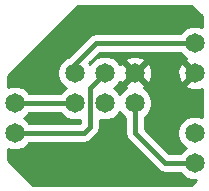
<source format=gtl>
G04 #@! TF.FileFunction,Copper,L1,Top,Signal*
%FSLAX46Y46*%
G04 Gerber Fmt 4.6, Leading zero omitted, Abs format (unit mm)*
G04 Created by KiCad (PCBNEW 0.201505262310+5684~23~ubuntu14.04.1-product) date Sun 31 May 2015 11:28:12 PM CDT*
%MOMM*%
G01*
G04 APERTURE LIST*
%ADD10C,0.100000*%
%ADD11C,1.651000*%
%ADD12C,0.600000*%
%ADD13C,0.400000*%
%ADD14C,0.254000*%
G04 APERTURE END LIST*
D10*
D11*
X149860000Y-101600000D03*
X149860000Y-104140000D03*
X152400000Y-101600000D03*
X152400000Y-104140000D03*
X154940000Y-101600000D03*
X154940000Y-104140000D03*
X144780000Y-104140000D03*
X144780000Y-106680000D03*
X160020000Y-106680000D03*
X160020000Y-109220000D03*
X160020000Y-99060000D03*
X160020000Y-101600000D03*
D12*
X147320000Y-105410000D03*
X156210000Y-97790000D03*
X147320000Y-109220000D03*
D13*
X149860000Y-101600000D02*
X149860000Y-100838000D01*
X149860000Y-100838000D02*
X151638000Y-99060000D01*
X151638000Y-99060000D02*
X160020000Y-99060000D01*
X149860000Y-104140000D02*
X144780000Y-104140000D01*
X152400000Y-101600000D02*
X151130000Y-102870000D01*
X150622000Y-106680000D02*
X144780000Y-106680000D01*
X151130000Y-106172000D02*
X150622000Y-106680000D01*
X151130000Y-102870000D02*
X151130000Y-106172000D01*
X154940000Y-104140000D02*
X154940000Y-106680000D01*
X157480000Y-109220000D02*
X160020000Y-109220000D01*
X154940000Y-106680000D02*
X157480000Y-109220000D01*
D14*
G36*
X150295000Y-105826131D02*
X150276131Y-105845000D01*
X146010115Y-105845000D01*
X145608387Y-105442570D01*
X145530421Y-105410195D01*
X145606226Y-105378874D01*
X146010805Y-104975000D01*
X148629884Y-104975000D01*
X149031613Y-105377430D01*
X149568214Y-105600246D01*
X150149237Y-105600753D01*
X150295000Y-105540525D01*
X150295000Y-105826131D01*
X150295000Y-105826131D01*
G37*
X150295000Y-105826131D02*
X150276131Y-105845000D01*
X146010115Y-105845000D01*
X145608387Y-105442570D01*
X145530421Y-105410195D01*
X145606226Y-105378874D01*
X146010805Y-104975000D01*
X148629884Y-104975000D01*
X149031613Y-105377430D01*
X149568214Y-105600246D01*
X150149237Y-105600753D01*
X150295000Y-105540525D01*
X150295000Y-105826131D01*
G36*
X160130666Y-110680597D02*
X159736264Y-111075000D01*
X146333736Y-111075000D01*
X144195000Y-108936264D01*
X144195000Y-108018493D01*
X144488214Y-108140246D01*
X145069237Y-108140753D01*
X145606226Y-107918874D01*
X146010805Y-107515000D01*
X150622000Y-107515000D01*
X150941540Y-107451439D01*
X150941541Y-107451439D01*
X151212434Y-107270434D01*
X151720434Y-106762435D01*
X151720434Y-106762434D01*
X151810936Y-106626987D01*
X151901439Y-106491541D01*
X151901439Y-106491540D01*
X151964999Y-106172000D01*
X151965000Y-106172000D01*
X151965000Y-105540778D01*
X152108214Y-105600246D01*
X152689237Y-105600753D01*
X153226226Y-105378874D01*
X153637430Y-104968387D01*
X153669804Y-104890421D01*
X153701126Y-104966226D01*
X154105000Y-105370805D01*
X154105000Y-106680000D01*
X154168561Y-106999541D01*
X154349566Y-107270434D01*
X156889566Y-109810434D01*
X157160459Y-109991439D01*
X157160460Y-109991439D01*
X157480000Y-110055000D01*
X158789884Y-110055000D01*
X159191613Y-110457430D01*
X159728214Y-110680246D01*
X160130666Y-110680597D01*
X160130666Y-110680597D01*
G37*
X160130666Y-110680597D02*
X159736264Y-111075000D01*
X146333736Y-111075000D01*
X144195000Y-108936264D01*
X144195000Y-108018493D01*
X144488214Y-108140246D01*
X145069237Y-108140753D01*
X145606226Y-107918874D01*
X146010805Y-107515000D01*
X150622000Y-107515000D01*
X150941540Y-107451439D01*
X150941541Y-107451439D01*
X151212434Y-107270434D01*
X151720434Y-106762435D01*
X151720434Y-106762434D01*
X151810936Y-106626987D01*
X151901439Y-106491541D01*
X151901439Y-106491540D01*
X151964999Y-106172000D01*
X151965000Y-106172000D01*
X151965000Y-105540778D01*
X152108214Y-105600246D01*
X152689237Y-105600753D01*
X153226226Y-105378874D01*
X153637430Y-104968387D01*
X153669804Y-104890421D01*
X153701126Y-104966226D01*
X154105000Y-105370805D01*
X154105000Y-106680000D01*
X154168561Y-106999541D01*
X154349566Y-107270434D01*
X156889566Y-109810434D01*
X157160459Y-109991439D01*
X157160460Y-109991439D01*
X157480000Y-110055000D01*
X158789884Y-110055000D01*
X159191613Y-110457430D01*
X159728214Y-110680246D01*
X160130666Y-110680597D01*
G36*
X160605000Y-97721506D02*
X160311786Y-97599754D01*
X159730763Y-97599247D01*
X159193774Y-97821126D01*
X158789194Y-98225000D01*
X151638000Y-98225000D01*
X151318460Y-98288560D01*
X151047566Y-98469566D01*
X149269566Y-100247566D01*
X149254675Y-100269851D01*
X149033774Y-100361126D01*
X148622570Y-100771613D01*
X148399754Y-101308214D01*
X148399247Y-101889237D01*
X148621126Y-102426226D01*
X149031613Y-102837430D01*
X149109578Y-102869804D01*
X149033774Y-102901126D01*
X148629194Y-103305000D01*
X146010115Y-103305000D01*
X145608387Y-102902570D01*
X145071786Y-102679754D01*
X144490763Y-102679247D01*
X144195000Y-102801453D01*
X144195000Y-101883736D01*
X150143736Y-95935000D01*
X159736264Y-95935000D01*
X160605000Y-96803736D01*
X160605000Y-97721506D01*
X160605000Y-97721506D01*
G37*
X160605000Y-97721506D02*
X160311786Y-97599754D01*
X159730763Y-97599247D01*
X159193774Y-97821126D01*
X158789194Y-98225000D01*
X151638000Y-98225000D01*
X151318460Y-98288560D01*
X151047566Y-98469566D01*
X149269566Y-100247566D01*
X149254675Y-100269851D01*
X149033774Y-100361126D01*
X148622570Y-100771613D01*
X148399754Y-101308214D01*
X148399247Y-101889237D01*
X148621126Y-102426226D01*
X149031613Y-102837430D01*
X149109578Y-102869804D01*
X149033774Y-102901126D01*
X148629194Y-103305000D01*
X146010115Y-103305000D01*
X145608387Y-102902570D01*
X145071786Y-102679754D01*
X144490763Y-102679247D01*
X144195000Y-102801453D01*
X144195000Y-101883736D01*
X150143736Y-95935000D01*
X159736264Y-95935000D01*
X160605000Y-96803736D01*
X160605000Y-97721506D01*
G36*
X160605000Y-105341506D02*
X160311786Y-105219754D01*
X159730763Y-105219247D01*
X159193774Y-105441126D01*
X158782570Y-105851613D01*
X158559754Y-106388214D01*
X158559247Y-106969237D01*
X158781126Y-107506226D01*
X159191613Y-107917430D01*
X159269578Y-107949804D01*
X159193774Y-107981126D01*
X158789194Y-108385000D01*
X157825868Y-108385000D01*
X156412340Y-106971472D01*
X156412340Y-101822869D01*
X156385553Y-101242465D01*
X156214976Y-100830656D01*
X155966215Y-100753390D01*
X155786610Y-100932995D01*
X155786610Y-100573785D01*
X155709344Y-100325024D01*
X155162869Y-100127660D01*
X154582465Y-100154447D01*
X154170656Y-100325024D01*
X154093390Y-100573785D01*
X154940000Y-101420395D01*
X155786610Y-100573785D01*
X155786610Y-100932995D01*
X155119605Y-101600000D01*
X155966215Y-102446610D01*
X156214976Y-102369344D01*
X156412340Y-101822869D01*
X156412340Y-106971472D01*
X155775000Y-106334132D01*
X155775000Y-105370115D01*
X156177430Y-104968387D01*
X156400246Y-104431786D01*
X156400753Y-103850763D01*
X156178874Y-103313774D01*
X155768387Y-102902570D01*
X155705634Y-102876512D01*
X155709344Y-102874976D01*
X155786610Y-102626215D01*
X154940000Y-101779605D01*
X154093390Y-102626215D01*
X154170656Y-102874976D01*
X154174074Y-102876210D01*
X154113774Y-102901126D01*
X153702570Y-103311613D01*
X153670195Y-103389578D01*
X153638874Y-103313774D01*
X153228387Y-102902570D01*
X153150421Y-102870195D01*
X153226226Y-102838874D01*
X153637430Y-102428387D01*
X153663487Y-102365634D01*
X153665024Y-102369344D01*
X153913785Y-102446610D01*
X154760395Y-101600000D01*
X153913785Y-100753390D01*
X153665024Y-100830656D01*
X153663789Y-100834074D01*
X153638874Y-100773774D01*
X153228387Y-100362570D01*
X152691786Y-100139754D01*
X152110763Y-100139247D01*
X151573774Y-100361126D01*
X151162570Y-100771613D01*
X151130195Y-100849578D01*
X151100692Y-100778175D01*
X151983868Y-99895000D01*
X158789884Y-99895000D01*
X159191613Y-100297430D01*
X159254365Y-100323487D01*
X159250656Y-100325024D01*
X159173390Y-100573785D01*
X160020000Y-101420395D01*
X160034142Y-101406252D01*
X160213747Y-101585857D01*
X160199605Y-101600000D01*
X160213747Y-101614142D01*
X160034142Y-101793747D01*
X160020000Y-101779605D01*
X159840395Y-101959210D01*
X159840395Y-101600000D01*
X158993785Y-100753390D01*
X158745024Y-100830656D01*
X158547660Y-101377131D01*
X158574447Y-101957535D01*
X158745024Y-102369344D01*
X158993785Y-102446610D01*
X159840395Y-101600000D01*
X159840395Y-101959210D01*
X159173390Y-102626215D01*
X159250656Y-102874976D01*
X159797131Y-103072340D01*
X160377535Y-103045553D01*
X160605000Y-102951333D01*
X160605000Y-105341506D01*
X160605000Y-105341506D01*
G37*
X160605000Y-105341506D02*
X160311786Y-105219754D01*
X159730763Y-105219247D01*
X159193774Y-105441126D01*
X158782570Y-105851613D01*
X158559754Y-106388214D01*
X158559247Y-106969237D01*
X158781126Y-107506226D01*
X159191613Y-107917430D01*
X159269578Y-107949804D01*
X159193774Y-107981126D01*
X158789194Y-108385000D01*
X157825868Y-108385000D01*
X156412340Y-106971472D01*
X156412340Y-101822869D01*
X156385553Y-101242465D01*
X156214976Y-100830656D01*
X155966215Y-100753390D01*
X155786610Y-100932995D01*
X155786610Y-100573785D01*
X155709344Y-100325024D01*
X155162869Y-100127660D01*
X154582465Y-100154447D01*
X154170656Y-100325024D01*
X154093390Y-100573785D01*
X154940000Y-101420395D01*
X155786610Y-100573785D01*
X155786610Y-100932995D01*
X155119605Y-101600000D01*
X155966215Y-102446610D01*
X156214976Y-102369344D01*
X156412340Y-101822869D01*
X156412340Y-106971472D01*
X155775000Y-106334132D01*
X155775000Y-105370115D01*
X156177430Y-104968387D01*
X156400246Y-104431786D01*
X156400753Y-103850763D01*
X156178874Y-103313774D01*
X155768387Y-102902570D01*
X155705634Y-102876512D01*
X155709344Y-102874976D01*
X155786610Y-102626215D01*
X154940000Y-101779605D01*
X154093390Y-102626215D01*
X154170656Y-102874976D01*
X154174074Y-102876210D01*
X154113774Y-102901126D01*
X153702570Y-103311613D01*
X153670195Y-103389578D01*
X153638874Y-103313774D01*
X153228387Y-102902570D01*
X153150421Y-102870195D01*
X153226226Y-102838874D01*
X153637430Y-102428387D01*
X153663487Y-102365634D01*
X153665024Y-102369344D01*
X153913785Y-102446610D01*
X154760395Y-101600000D01*
X153913785Y-100753390D01*
X153665024Y-100830656D01*
X153663789Y-100834074D01*
X153638874Y-100773774D01*
X153228387Y-100362570D01*
X152691786Y-100139754D01*
X152110763Y-100139247D01*
X151573774Y-100361126D01*
X151162570Y-100771613D01*
X151130195Y-100849578D01*
X151100692Y-100778175D01*
X151983868Y-99895000D01*
X158789884Y-99895000D01*
X159191613Y-100297430D01*
X159254365Y-100323487D01*
X159250656Y-100325024D01*
X159173390Y-100573785D01*
X160020000Y-101420395D01*
X160034142Y-101406252D01*
X160213747Y-101585857D01*
X160199605Y-101600000D01*
X160213747Y-101614142D01*
X160034142Y-101793747D01*
X160020000Y-101779605D01*
X159840395Y-101959210D01*
X159840395Y-101600000D01*
X158993785Y-100753390D01*
X158745024Y-100830656D01*
X158547660Y-101377131D01*
X158574447Y-101957535D01*
X158745024Y-102369344D01*
X158993785Y-102446610D01*
X159840395Y-101600000D01*
X159840395Y-101959210D01*
X159173390Y-102626215D01*
X159250656Y-102874976D01*
X159797131Y-103072340D01*
X160377535Y-103045553D01*
X160605000Y-102951333D01*
X160605000Y-105341506D01*
M02*

</source>
